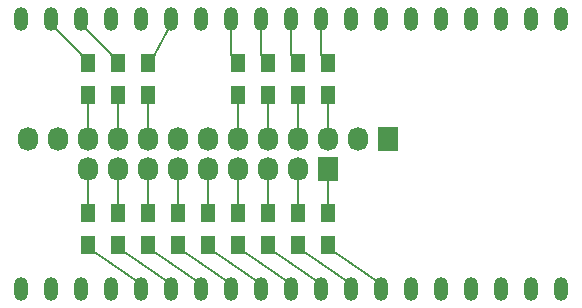
<source format=gbr>
G04 #@! TF.FileFunction,Copper,L1,Top,Signal*
%FSLAX46Y46*%
G04 Gerber Fmt 4.6, Leading zero omitted, Abs format (unit mm)*
G04 Created by KiCad (PCBNEW 4.0.7) date Thursday, February 08, 2018 'PMt' 08:29:27 PM*
%MOMM*%
%LPD*%
G01*
G04 APERTURE LIST*
%ADD10C,0.100000*%
%ADD11R,1.727200X2.032000*%
%ADD12O,1.727200X2.032000*%
%ADD13R,1.300000X1.500000*%
%ADD14O,1.200000X2.000000*%
%ADD15C,0.152400*%
G04 APERTURE END LIST*
D10*
D11*
X102235000Y-64770000D03*
D12*
X99695000Y-64770000D03*
X97155000Y-64770000D03*
X94615000Y-64770000D03*
X92075000Y-64770000D03*
X89535000Y-64770000D03*
X86995000Y-64770000D03*
X84455000Y-64770000D03*
X81915000Y-64770000D03*
X79375000Y-64770000D03*
X76835000Y-64770000D03*
X74295000Y-64770000D03*
X71755000Y-64770000D03*
D11*
X97155000Y-67310000D03*
D12*
X94615000Y-67310000D03*
X92075000Y-67310000D03*
X89535000Y-67310000D03*
X86995000Y-67310000D03*
X84455000Y-67310000D03*
X81915000Y-67310000D03*
X79375000Y-67310000D03*
X76835000Y-67310000D03*
D13*
X97155000Y-73740000D03*
X97155000Y-71040000D03*
X94615000Y-73740000D03*
X94615000Y-71040000D03*
X92075000Y-73740000D03*
X92075000Y-71040000D03*
X89535000Y-73740000D03*
X89535000Y-71040000D03*
X86995000Y-73740000D03*
X86995000Y-71040000D03*
X84455000Y-73740000D03*
X84455000Y-71040000D03*
X81915000Y-73740000D03*
X81915000Y-71040000D03*
X79375000Y-73740000D03*
X79375000Y-71040000D03*
X76835000Y-73740000D03*
X76835000Y-71040000D03*
X97155000Y-58340000D03*
X97155000Y-61040000D03*
X94615000Y-58340000D03*
X94615000Y-61040000D03*
X92075000Y-58340000D03*
X92075000Y-61040000D03*
X89535000Y-58340000D03*
X89535000Y-61040000D03*
X81915000Y-58340000D03*
X81915000Y-61040000D03*
X79375000Y-58340000D03*
X79375000Y-61040000D03*
X76835000Y-58340000D03*
X76835000Y-61040000D03*
D14*
X71140000Y-54575000D03*
X71140000Y-77425000D03*
X73680000Y-54575000D03*
X73680000Y-77425000D03*
X76220000Y-54575000D03*
X76220000Y-77425000D03*
X78760000Y-54575000D03*
X78760000Y-77425000D03*
X81300000Y-54575000D03*
X81300000Y-77425000D03*
X83840000Y-54575000D03*
X83840000Y-77425000D03*
X86380000Y-54575000D03*
X86380000Y-77425000D03*
X88920000Y-54575000D03*
X88920000Y-77425000D03*
X91460000Y-54575000D03*
X91460000Y-77425000D03*
X94000000Y-54575000D03*
X94000000Y-77425000D03*
X96540000Y-54575000D03*
X96540000Y-77425000D03*
X99080000Y-54575000D03*
X99080000Y-77425000D03*
X101620000Y-54575000D03*
X101620000Y-77425000D03*
X104160000Y-54575000D03*
X104160000Y-77425000D03*
X106700000Y-54575000D03*
X106700000Y-77425000D03*
X109240000Y-54575000D03*
X109240000Y-77425000D03*
X111780000Y-54575000D03*
X111780000Y-77425000D03*
X114320000Y-54575000D03*
X114320000Y-77425000D03*
X116860000Y-54575000D03*
X116860000Y-77425000D03*
D15*
X97155000Y-64617600D02*
X97155000Y-64770000D01*
X97155000Y-61790000D02*
X97155000Y-64617600D01*
X97155000Y-61713800D02*
X97155000Y-61790000D01*
X97155000Y-61040000D02*
X97155000Y-61713800D01*
X94615000Y-64617600D02*
X94615000Y-64770000D01*
X94615000Y-61790000D02*
X94615000Y-64617600D01*
X94615000Y-61713800D02*
X94615000Y-61790000D01*
X94615000Y-61040000D02*
X94615000Y-61713800D01*
X92075000Y-64617600D02*
X92075000Y-64770000D01*
X92075000Y-61790000D02*
X92075000Y-64617600D01*
X92075000Y-61713800D02*
X92075000Y-61790000D01*
X92075000Y-61040000D02*
X92075000Y-61713800D01*
X89535000Y-64617600D02*
X89535000Y-64770000D01*
X89535000Y-61790000D02*
X89535000Y-64617600D01*
X89535000Y-61713800D02*
X89535000Y-61790000D01*
X89535000Y-61040000D02*
X89535000Y-61713800D01*
X81915000Y-64617600D02*
X81915000Y-64770000D01*
X81915000Y-61790000D02*
X81915000Y-64617600D01*
X81915000Y-61713800D02*
X81915000Y-61790000D01*
X81915000Y-61040000D02*
X81915000Y-61713800D01*
X79375000Y-64617600D02*
X79375000Y-64770000D01*
X79375000Y-61790000D02*
X79375000Y-64617600D01*
X79375000Y-61713800D02*
X79375000Y-61790000D01*
X79375000Y-61040000D02*
X79375000Y-61713800D01*
X76835000Y-64617600D02*
X76835000Y-64770000D01*
X76835000Y-61790000D02*
X76835000Y-64617600D01*
X76835000Y-61713800D02*
X76835000Y-61790000D01*
X76835000Y-61040000D02*
X76835000Y-61713800D01*
X97155000Y-68249800D02*
X97155000Y-67310000D01*
X97155000Y-68326000D02*
X97155000Y-68249800D01*
X97155000Y-70290000D02*
X97155000Y-68326000D01*
X97155000Y-70366200D02*
X97155000Y-70290000D01*
X97155000Y-71040000D02*
X97155000Y-70366200D01*
X94615000Y-67462400D02*
X94615000Y-67310000D01*
X94615000Y-70290000D02*
X94615000Y-67462400D01*
X94615000Y-70366200D02*
X94615000Y-70290000D01*
X94615000Y-71040000D02*
X94615000Y-70366200D01*
X92075000Y-67462400D02*
X92075000Y-67310000D01*
X92075000Y-70290000D02*
X92075000Y-67462400D01*
X92075000Y-70366200D02*
X92075000Y-70290000D01*
X92075000Y-71040000D02*
X92075000Y-70366200D01*
X89535000Y-67462400D02*
X89535000Y-67310000D01*
X89535000Y-70290000D02*
X89535000Y-67462400D01*
X89535000Y-70366200D02*
X89535000Y-70290000D01*
X89535000Y-71040000D02*
X89535000Y-70366200D01*
X86995000Y-67462400D02*
X86995000Y-67310000D01*
X86995000Y-70290000D02*
X86995000Y-67462400D01*
X86995000Y-70366200D02*
X86995000Y-70290000D01*
X86995000Y-71040000D02*
X86995000Y-70366200D01*
X84455000Y-67462400D02*
X84455000Y-67310000D01*
X84455000Y-70290000D02*
X84455000Y-67462400D01*
X84455000Y-70366200D02*
X84455000Y-70290000D01*
X84455000Y-71040000D02*
X84455000Y-70366200D01*
X81915000Y-67462400D02*
X81915000Y-67310000D01*
X81915000Y-70290000D02*
X81915000Y-67462400D01*
X81915000Y-70366200D02*
X81915000Y-70290000D01*
X81915000Y-71040000D02*
X81915000Y-70366200D01*
X79375000Y-67462400D02*
X79375000Y-67310000D01*
X79375000Y-70290000D02*
X79375000Y-67462400D01*
X79375000Y-70366200D02*
X79375000Y-70290000D01*
X79375000Y-71040000D02*
X79375000Y-70366200D01*
X76835000Y-67462400D02*
X76835000Y-67310000D01*
X76835000Y-70290000D02*
X76835000Y-67462400D01*
X76835000Y-70366200D02*
X76835000Y-70290000D01*
X76835000Y-71040000D02*
X76835000Y-70366200D01*
X97805000Y-74413800D02*
X97836600Y-74413800D01*
X97728800Y-74413800D02*
X97805000Y-74413800D01*
X97155000Y-73740000D02*
X97728800Y-74413800D01*
X101620000Y-77025000D02*
X101620000Y-77425000D01*
X97836600Y-74413800D02*
X101620000Y-77025000D01*
X95265000Y-74413800D02*
X95296600Y-74413800D01*
X95188800Y-74413800D02*
X95265000Y-74413800D01*
X94615000Y-73740000D02*
X95188800Y-74413800D01*
X99080000Y-77025000D02*
X99080000Y-77425000D01*
X95296600Y-74413800D02*
X99080000Y-77025000D01*
X92725000Y-74413800D02*
X92756600Y-74413800D01*
X92648800Y-74413800D02*
X92725000Y-74413800D01*
X92075000Y-73740000D02*
X92648800Y-74413800D01*
X96540000Y-77025000D02*
X96540000Y-77425000D01*
X92756600Y-74413800D02*
X96540000Y-77025000D01*
X90185000Y-74413800D02*
X90216600Y-74413800D01*
X90108800Y-74413800D02*
X90185000Y-74413800D01*
X89535000Y-73740000D02*
X90108800Y-74413800D01*
X94000000Y-77025000D02*
X94000000Y-77425000D01*
X90216600Y-74413800D02*
X94000000Y-77025000D01*
X87645000Y-74413800D02*
X87676600Y-74413800D01*
X87568800Y-74413800D02*
X87645000Y-74413800D01*
X86995000Y-73740000D02*
X87568800Y-74413800D01*
X91460000Y-77025000D02*
X91460000Y-77425000D01*
X87676600Y-74413800D02*
X91460000Y-77025000D01*
X85105000Y-74413800D02*
X85136600Y-74413800D01*
X85028800Y-74413800D02*
X85105000Y-74413800D01*
X84455000Y-73740000D02*
X85028800Y-74413800D01*
X88920000Y-77025000D02*
X88920000Y-77425000D01*
X85136600Y-74413800D02*
X88920000Y-77025000D01*
X82565000Y-74413800D02*
X82596600Y-74413800D01*
X82488800Y-74413800D02*
X82565000Y-74413800D01*
X81915000Y-73740000D02*
X82488800Y-74413800D01*
X86380000Y-77025000D02*
X86380000Y-77425000D01*
X82596600Y-74413800D02*
X86380000Y-77025000D01*
X80025000Y-74413800D02*
X80056600Y-74413800D01*
X79948800Y-74413800D02*
X80025000Y-74413800D01*
X79375000Y-73740000D02*
X79948800Y-74413800D01*
X83840000Y-77025000D02*
X83840000Y-77425000D01*
X80056600Y-74413800D02*
X83840000Y-77025000D01*
X77485000Y-74413800D02*
X77516600Y-74413800D01*
X77408800Y-74413800D02*
X77485000Y-74413800D01*
X76835000Y-73740000D02*
X77408800Y-74413800D01*
X81300000Y-77025000D02*
X81300000Y-77425000D01*
X77516600Y-74413800D02*
X81300000Y-77025000D01*
X96540000Y-54975000D02*
X96540000Y-54575000D01*
X96581200Y-57558400D02*
X96540000Y-54975000D01*
X96581200Y-57590000D02*
X96581200Y-57558400D01*
X96581200Y-57666200D02*
X96581200Y-57590000D01*
X97155000Y-58340000D02*
X96581200Y-57666200D01*
X94000000Y-54975000D02*
X94000000Y-54575000D01*
X94041200Y-57558400D02*
X94000000Y-54975000D01*
X94041200Y-57590000D02*
X94041200Y-57558400D01*
X94041200Y-57666200D02*
X94041200Y-57590000D01*
X94615000Y-58340000D02*
X94041200Y-57666200D01*
X91460000Y-54975000D02*
X91460000Y-54575000D01*
X91501200Y-57558400D02*
X91460000Y-54975000D01*
X91501200Y-57590000D02*
X91501200Y-57558400D01*
X91501200Y-57666200D02*
X91501200Y-57590000D01*
X92075000Y-58340000D02*
X91501200Y-57666200D01*
X88920000Y-54975000D02*
X88920000Y-54575000D01*
X88961200Y-57558400D02*
X88920000Y-54975000D01*
X88961200Y-57590000D02*
X88961200Y-57558400D01*
X88961200Y-57666200D02*
X88961200Y-57590000D01*
X89535000Y-58340000D02*
X88961200Y-57666200D01*
X83840000Y-54975000D02*
X83840000Y-54575000D01*
X82488800Y-57558400D02*
X83840000Y-54975000D01*
X82488800Y-57590000D02*
X82488800Y-57558400D01*
X82488800Y-57666200D02*
X82488800Y-57590000D01*
X81915000Y-58340000D02*
X82488800Y-57666200D01*
X76220000Y-54975000D02*
X76220000Y-54575000D01*
X78801200Y-57558400D02*
X76220000Y-54975000D01*
X78801200Y-57590000D02*
X78801200Y-57558400D01*
X78801200Y-57666200D02*
X78801200Y-57590000D01*
X79375000Y-58340000D02*
X78801200Y-57666200D01*
X73680000Y-54975000D02*
X73680000Y-54575000D01*
X76261200Y-57558400D02*
X73680000Y-54975000D01*
X76261200Y-57590000D02*
X76261200Y-57558400D01*
X76261200Y-57666200D02*
X76261200Y-57590000D01*
X76835000Y-58340000D02*
X76261200Y-57666200D01*
M02*

</source>
